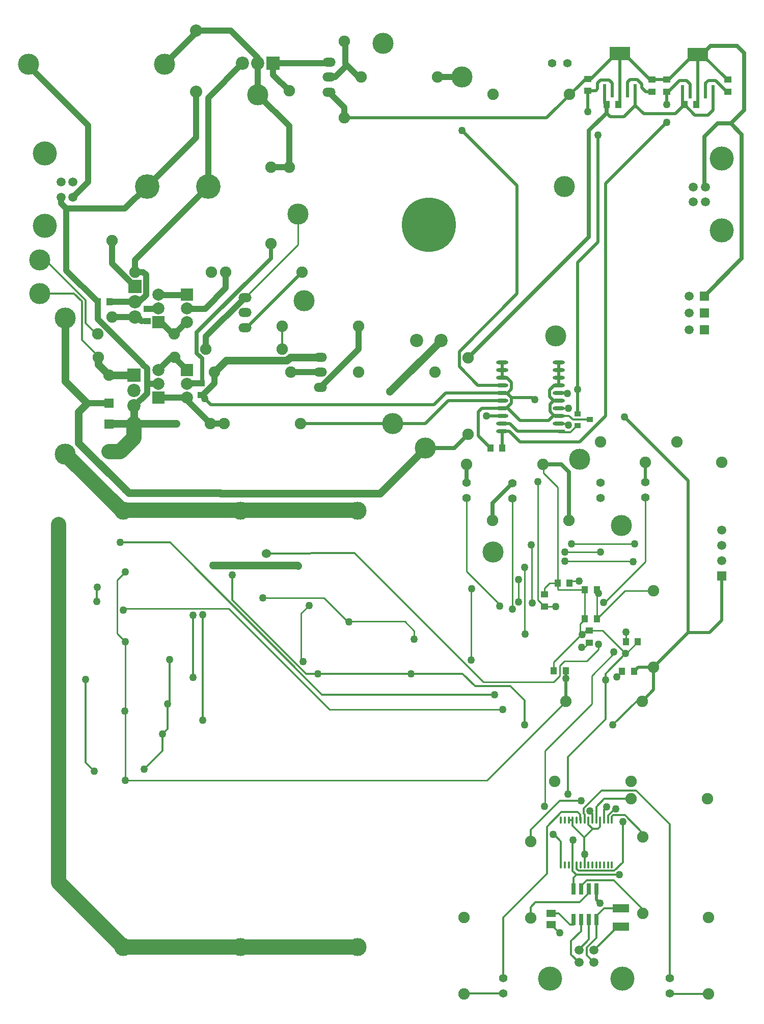
<source format=gtl>
G04 Layer_Physical_Order=1*
G04 Layer_Color=255*
%FSAX24Y24*%
%MOIN*%
G70*
G01*
G75*
%ADD10R,0.0591X0.0512*%
%ADD11R,0.1063X0.0551*%
%ADD12R,0.0394X0.0512*%
%ADD13R,0.0512X0.0394*%
%ADD14R,0.0630X0.0630*%
%ADD15O,0.0787X0.0236*%
%ADD16R,0.0787X0.0236*%
%ADD17R,0.0236X0.0866*%
%ADD18R,0.1378X0.0866*%
%ADD19R,0.0420X0.0320*%
%ADD20R,0.0250X0.0750*%
%ADD21O,0.0118X0.0472*%
%ADD22C,0.0200*%
%ADD23C,0.0120*%
%ADD24C,0.0394*%
%ADD25C,0.0100*%
%ADD26C,0.0250*%
%ADD27C,0.0500*%
%ADD28C,0.1000*%
%ADD29C,0.1378*%
%ADD30C,0.0748*%
%ADD31C,0.1378*%
%ADD32C,0.0551*%
%ADD33C,0.0591*%
%ADD34R,0.0591X0.0591*%
%ADD35C,0.1600*%
%ADD36C,0.0866*%
%ADD37O,0.0866X0.0591*%
%ADD38C,0.0787*%
%ADD39R,0.0787X0.0787*%
%ADD40R,0.0866X0.0866*%
%ADD41R,0.0866X0.0866*%
%ADD42C,0.0800*%
%ADD43C,0.0600*%
%ADD44R,0.0591X0.0591*%
%ADD45C,0.1181*%
%ADD46C,0.1575*%
%ADD47C,0.0500*%
%ADD48C,0.3543*%
D10*
X259850Y099724D02*
D03*
Y098976D02*
D03*
D11*
X264400Y098859D02*
D03*
Y100041D02*
D03*
D12*
X262054Y118995D02*
D03*
X262841D02*
D03*
X262054Y120875D02*
D03*
X262841D02*
D03*
X260265Y121305D02*
D03*
X261052D02*
D03*
X260004Y115575D02*
D03*
X260791D02*
D03*
X264477Y115557D02*
D03*
X265265D02*
D03*
X255866Y130157D02*
D03*
X256654D02*
D03*
X230156Y139700D02*
D03*
X230944D02*
D03*
X265521Y117475D02*
D03*
X264734D02*
D03*
X264244Y152600D02*
D03*
X263456D02*
D03*
X269344D02*
D03*
X268556D02*
D03*
D13*
X262325Y118219D02*
D03*
Y117431D02*
D03*
X259398Y119788D02*
D03*
Y120575D02*
D03*
X267400Y154244D02*
D03*
Y153456D02*
D03*
X266450Y154244D02*
D03*
Y153456D02*
D03*
X233400Y138456D02*
D03*
Y139244D02*
D03*
X236950Y133606D02*
D03*
Y134394D02*
D03*
X262250Y154294D02*
D03*
Y153506D02*
D03*
X271400Y154244D02*
D03*
Y153456D02*
D03*
D14*
X230900Y133069D02*
D03*
Y131731D02*
D03*
D15*
X256649Y135750D02*
D03*
Y135250D02*
D03*
Y134750D02*
D03*
Y134250D02*
D03*
Y133750D02*
D03*
Y133250D02*
D03*
Y132750D02*
D03*
Y132250D02*
D03*
Y131750D02*
D03*
Y131250D02*
D03*
X260350Y135750D02*
D03*
Y135250D02*
D03*
Y134750D02*
D03*
Y134250D02*
D03*
Y133750D02*
D03*
Y133250D02*
D03*
Y132750D02*
D03*
Y132250D02*
D03*
Y131750D02*
D03*
D16*
Y131250D02*
D03*
D17*
X263350Y153500D02*
D03*
X265350D02*
D03*
X264850D02*
D03*
X264350D02*
D03*
X263850D02*
D03*
X268450Y153450D02*
D03*
X270450D02*
D03*
X269950D02*
D03*
X269450D02*
D03*
X268950D02*
D03*
D18*
X264350Y155941D02*
D03*
X269450Y155891D02*
D03*
D19*
X261560Y131626D02*
D03*
Y132374D02*
D03*
X262360Y132000D02*
D03*
D20*
X262800Y101300D02*
D03*
X262300D02*
D03*
X261800D02*
D03*
X261300D02*
D03*
X262800Y099300D02*
D03*
X262300D02*
D03*
X261800D02*
D03*
X261300D02*
D03*
D21*
X260487Y102893D02*
D03*
X260743D02*
D03*
X260998D02*
D03*
X261254D02*
D03*
X261510D02*
D03*
X261766D02*
D03*
X262022D02*
D03*
X262278D02*
D03*
X262534D02*
D03*
X262790D02*
D03*
X263046D02*
D03*
X263302D02*
D03*
X263557D02*
D03*
X263813D02*
D03*
X260487Y105807D02*
D03*
X260743D02*
D03*
X260998D02*
D03*
X261254D02*
D03*
X261510D02*
D03*
X261766D02*
D03*
X262022D02*
D03*
X262278D02*
D03*
X262534D02*
D03*
X262790D02*
D03*
X263046D02*
D03*
X263302D02*
D03*
X263557D02*
D03*
X263813D02*
D03*
D22*
X264650Y132190D02*
X268810Y128030D01*
Y118087D02*
Y128030D01*
X257628Y131250D02*
X260350D01*
X257128Y131750D02*
X257628Y131250D01*
X256649Y131750D02*
X257128D01*
X259758Y132542D02*
X260018Y132282D01*
X259686Y131950D02*
X260018Y132282D01*
X257804Y131950D02*
X259686D01*
X257004Y132750D02*
X257804Y131950D01*
X256914Y132750D02*
X257004D01*
X255299D02*
X256649D01*
X255069Y132520D02*
X255299Y132750D01*
X255069Y130955D02*
Y132520D01*
Y130955D02*
X255866Y130157D01*
X254006Y150906D02*
X257608Y147303D01*
Y140240D02*
Y147303D01*
X253828Y136460D02*
X257608Y140240D01*
X262884Y154016D02*
X263071Y154203D01*
X262884Y153632D02*
Y154016D01*
X262758Y153506D02*
X262884Y153632D01*
X263071Y154203D02*
X263647D01*
X262250Y153506D02*
X262758D01*
X263647Y154203D02*
X263850Y154000D01*
X264850Y153500D02*
Y154092D01*
X258621Y133459D02*
X258760Y133320D01*
X257241Y133459D02*
X258621D01*
X261486Y131626D02*
X261560D01*
X261570Y142270D02*
X262900Y143600D01*
X261570Y132374D02*
Y142270D01*
X263400Y132250D02*
Y147450D01*
X261700Y130550D02*
X263400Y132250D01*
Y147450D02*
X267400Y151450D01*
X262900Y143600D02*
Y150600D01*
X266548Y115825D02*
X268810Y118087D01*
X260944Y107519D02*
X260945Y107520D01*
X260791Y115575D02*
X260796Y115570D01*
X265265Y115557D02*
X265532Y115825D01*
X266548D01*
Y114340D02*
Y115825D01*
X265796Y113589D02*
X266548Y114340D01*
X253828Y135472D02*
Y136460D01*
Y135472D02*
X255050Y134250D01*
X256649D01*
X255600Y132250D02*
X256549D01*
X253100Y133250D02*
X256649D01*
X251600Y131750D02*
X253100Y133250D01*
X243450Y131750D02*
X251600D01*
X256649Y131250D02*
X257100D01*
X257800Y130550D01*
X261700D01*
X260050Y132250D02*
X260350D01*
X260050Y134250D02*
X260350D01*
X259750Y133950D02*
X260050Y134250D01*
X259750Y133500D02*
Y133950D01*
X259758Y132542D02*
Y133008D01*
X260000Y133250D01*
X259750Y133500D02*
X260000Y133250D01*
X260350Y134250D02*
Y134750D01*
Y135250D01*
Y135750D01*
X256914Y132750D02*
X257241Y133078D01*
Y133459D01*
X256950Y133750D02*
X257241Y133459D01*
X256950Y133750D02*
X257000D01*
X257250Y134000D01*
Y134450D01*
X256950Y134750D02*
X257250Y134450D01*
X256649Y134750D02*
X256950D01*
X256649D02*
Y135250D01*
Y135750D01*
X267400Y152600D02*
Y153456D01*
X262250Y152150D02*
Y153506D01*
X246300Y151750D02*
X259550D01*
X262094Y154294D01*
X262250D01*
X263456Y152056D02*
X263713Y151800D01*
X264600D01*
X263350Y152706D02*
X263456Y152600D01*
X263350Y152706D02*
Y153500D01*
X267956Y152000D02*
X268450Y152494D01*
X265900Y152000D02*
X267956D01*
X265350Y152550D02*
X265900Y152000D01*
X265350Y152550D02*
Y153500D01*
X264600Y151800D02*
X265350Y152550D01*
X264244Y152600D02*
X264350Y152706D01*
X269344Y152600D02*
X269450Y152706D01*
X266306Y154244D02*
X266450D01*
X263850Y153500D02*
Y154000D01*
X262444Y154294D02*
X264091Y155941D01*
X264350D01*
X268950Y153450D02*
Y153950D01*
X267400Y153456D02*
X267506D01*
X269950Y153450D02*
Y154000D01*
X271344Y153456D02*
X271400D01*
X271356Y154244D02*
X271400D01*
X269709Y155891D02*
X271356Y154244D01*
X264350Y152706D02*
Y155941D01*
X264609D01*
X266306Y154244D01*
X266450D02*
X267400D01*
X267472Y154172D02*
X269000Y155700D01*
X269259D01*
X269450Y155891D01*
X239916Y138016D02*
X243550Y141650D01*
X262800Y100625D02*
X263031Y100394D01*
X262800Y100625D02*
Y101300D01*
X237564Y132992D02*
X252165D01*
X252923Y133750D01*
X256649D01*
Y130157D02*
Y131250D01*
X266004Y127909D02*
Y129203D01*
X268810Y118087D02*
X270213D01*
X271004Y118878D01*
Y121772D01*
X269450Y152706D02*
Y153450D01*
Y155891D01*
X270450Y152261D02*
Y153450D01*
X270118Y151929D02*
X270450Y152261D01*
X269227Y151929D02*
X270118D01*
X268556Y152600D02*
X269227Y151929D01*
X268450Y152494D02*
Y153450D01*
X260796Y113589D02*
Y115570D01*
X266022Y153456D02*
X266450D01*
X264850Y154092D02*
X265000Y154242D01*
X265768Y153711D02*
X266022Y153456D01*
X265472Y154242D02*
X265768Y153947D01*
Y153711D02*
Y153947D01*
X265000Y154242D02*
X265472D01*
X267506Y153456D02*
X268243Y154193D01*
X268707D01*
X268950Y153950D01*
X269950Y154000D02*
X270133Y154183D01*
X270617D01*
X271344Y153456D01*
X236950Y133606D02*
X237564Y132992D01*
D23*
X261625Y102499D02*
X263965D01*
X261510Y102614D02*
X261625Y102499D01*
X261510Y102614D02*
Y102893D01*
X264528Y103061D02*
Y105709D01*
X263965Y102499D02*
X264528Y103061D01*
X261073Y098986D02*
X261300D01*
X260335Y099724D02*
X261073Y098986D01*
X259850Y099724D02*
X260335D01*
X237040Y112350D02*
Y119240D01*
X234420Y111460D02*
X234740Y111780D01*
Y113400D01*
X236410Y115140D02*
X236420D01*
Y119230D01*
X230120Y120130D02*
Y120930D01*
X230070Y120980D02*
X230120Y120930D01*
X230070Y120980D02*
X230130Y121040D01*
X229360Y109570D02*
Y115020D01*
Y109570D02*
X229930Y109000D01*
X234420Y110360D02*
Y111460D01*
X233210Y109150D02*
X234420Y110360D01*
X233190Y109150D02*
X233210D01*
X234740Y113400D02*
X234870Y113530D01*
Y116330D01*
X260944Y107519D02*
Y109960D01*
X260350Y132250D02*
X261010D01*
X261260Y132000D01*
X262360D01*
X261546Y131626D02*
X261560D01*
X261115Y131195D02*
X261546Y131626D01*
X260350Y131195D02*
X261115D01*
X260350D02*
Y131250D01*
X260944Y109960D02*
X263390Y112406D01*
Y115390D02*
X264710Y116710D01*
X261150Y097020D02*
X261658Y096513D01*
X261150Y097020D02*
Y097900D01*
X261800Y098550D01*
Y099300D01*
X261658Y097300D02*
Y097358D01*
X262300Y098000D01*
Y099300D01*
X262188Y096966D02*
X262642Y096513D01*
X262188Y096966D02*
Y097488D01*
X262800Y098099D01*
Y099300D01*
X262642Y097300D02*
X264202Y098859D01*
X264400D01*
X262800Y099300D02*
Y099550D01*
X263291Y100041D01*
X264400D01*
X259850Y098976D02*
X260376Y098450D01*
X260400D01*
X261300Y098986D02*
Y099300D01*
X254169Y094469D02*
X256689D01*
X254150Y094450D02*
X254169Y094469D01*
X267608Y094450D02*
X270150D01*
X258500Y099400D02*
Y100114D01*
X258819Y100433D01*
X261693D01*
X262300Y101040D01*
X261800Y101524D02*
X262165Y101890D01*
X261800Y101300D02*
Y101524D01*
X265850Y099700D02*
Y099977D01*
X262022Y103557D02*
X262047Y103583D01*
X262022Y102893D02*
Y103557D01*
X262008Y103622D02*
X262047Y103583D01*
X262008Y103622D02*
Y104685D01*
X261254Y105439D02*
X262008Y104685D01*
X261254Y105439D02*
Y105807D01*
X262008Y104685D02*
X262559Y105236D01*
X262913D01*
X263046Y105368D01*
Y105807D01*
X262278Y105517D02*
X262559Y105236D01*
X262278Y105517D02*
Y105807D01*
X260998D02*
X261254D01*
X263302D02*
Y106512D01*
X262790Y105807D02*
Y106687D01*
X263813Y106057D02*
X263898Y106142D01*
X263813Y105807D02*
Y106057D01*
X258500Y104400D02*
Y105193D01*
X260394Y107087D01*
X261811D01*
X263557Y105807D02*
Y106117D01*
X263991Y106550D01*
X264074D01*
X256689Y095469D02*
Y099444D01*
X265394Y107756D02*
X267589Y105561D01*
Y095469D02*
Y105561D01*
X260512Y106339D02*
X261575D01*
X260487Y102893D02*
Y104417D01*
X256689Y099444D02*
X259567Y102323D01*
Y105394D01*
X260512Y106339D01*
X260023Y104880D02*
X260487Y104417D01*
X259975Y104880D02*
X260023D01*
X262165Y101890D02*
X263937D01*
X265850Y099977D01*
X261300Y101300D02*
Y102048D01*
X261496Y102244D01*
X264291D01*
X261254Y102486D02*
X261496Y102244D01*
X261254Y102486D02*
Y102893D01*
X264672Y106142D02*
X265850Y104964D01*
X263898Y106142D02*
X264672D01*
X265850Y104700D02*
Y104964D01*
X263302Y107200D02*
X265000D01*
X231634Y123976D02*
X234892D01*
X241211Y123258D02*
X246978Y123268D01*
X255246Y115000D01*
X238968Y120209D02*
Y121856D01*
Y120209D02*
X243793Y115384D01*
X244587D01*
X250659D01*
X250669Y115394D01*
X254055D01*
X254862Y114587D01*
X257175D01*
X258100Y113661D01*
Y112057D02*
Y113661D01*
X263888Y112047D02*
X265429Y113589D01*
X265796D01*
X229124Y137226D02*
X230200Y136150D01*
X229124Y137226D02*
Y139744D01*
X226368Y140256D02*
X228612D01*
X229124Y139744D01*
X229380Y138320D02*
X230150Y137550D01*
X229380Y138320D02*
Y139803D01*
X226732Y142451D02*
X229380Y139803D01*
X226368Y142451D02*
X226732D01*
X269344Y152600D02*
X269408D01*
X263390Y112406D02*
Y115390D01*
X256142Y113967D02*
X256143D01*
X234892Y123976D02*
X244843Y114026D01*
X256202D01*
X256261Y114085D01*
X263130Y107756D02*
X265394D01*
X261575Y106339D02*
X261745Y106168D01*
Y105828D02*
X261766Y105807D01*
X261745Y105828D02*
Y106168D01*
X261964Y106248D02*
Y106590D01*
X263130Y107756D01*
X261964Y106248D02*
X262022Y106190D01*
Y105807D02*
Y106190D01*
X262534Y105807D02*
Y106256D01*
X262372Y106417D02*
X262534Y106256D01*
X242250Y136600D02*
Y138100D01*
X262790Y106687D02*
X263302Y107200D01*
X263458Y106608D02*
Y106669D01*
X263385Y106536D02*
X263458Y106608D01*
X263302Y106512D02*
X263458Y106669D01*
X261254Y104514D02*
X261263Y104523D01*
X261254Y102893D02*
Y104514D01*
D24*
X235850Y133450D02*
X237550Y131750D01*
X245689Y154400D02*
X246470Y155180D01*
X245300Y154400D02*
X245689D01*
X246348Y156702D02*
X246378Y156672D01*
Y155272D02*
Y156672D01*
Y155272D02*
X246470Y155180D01*
X247250Y154400D01*
X240650Y153250D02*
Y155669D01*
X238869Y157450D02*
X240650Y155669D01*
X236600Y157450D02*
X238869D01*
X236000Y139248D02*
X237198D01*
X241500Y148500D02*
X242700D01*
X247250Y136616D02*
Y138100D01*
X244750Y134116D02*
X247250Y136616D01*
X242800Y135100D02*
X244750D01*
X237250Y137434D02*
X239800Y139984D01*
X237250Y136600D02*
Y137434D01*
X237800Y134373D02*
Y135100D01*
X237033Y133606D02*
X237800Y134373D01*
X236045Y134394D02*
X236950D01*
X227763Y146137D02*
Y146558D01*
Y146137D02*
X228100Y145800D01*
X231950D01*
X233400Y147250D01*
X228550Y146558D02*
X229554Y147562D01*
Y151246D01*
X225652Y155148D02*
X229554Y151246D01*
X234550Y155250D02*
X236600Y157300D01*
Y150450D02*
Y153450D01*
X233400Y147250D02*
X236600Y150450D01*
X241650Y155300D02*
X245216D01*
X245300Y155384D01*
X241650Y154550D02*
Y155300D01*
Y154550D02*
X242700Y153500D01*
Y148500D02*
Y151200D01*
X240650Y153250D02*
X242700Y151200D01*
X245300Y153416D02*
X246300Y152416D01*
Y151750D02*
Y152416D01*
X247250Y154400D02*
X247400D01*
X252400D02*
X254000D01*
X237400Y153050D02*
X239650Y155300D01*
X237400Y147250D02*
Y153050D01*
X232600Y142450D02*
X237400Y147250D01*
X232600Y141650D02*
Y142450D01*
X231100Y142200D02*
Y143700D01*
Y142200D02*
X232600Y140700D01*
X233408Y139252D02*
X234150D01*
X232600Y138700D02*
X232800D01*
X233044Y138456D01*
X231100Y138700D02*
X232600D01*
X230944Y139700D02*
X232600D01*
X234150Y140153D02*
X235997D01*
X236000Y140150D01*
X234150Y138350D02*
X234350D01*
X235150Y137550D01*
X235947Y138347D02*
X236000D01*
X235150Y137550D02*
X235947Y138347D01*
X238550Y140600D02*
Y141650D01*
X237198Y139248D02*
X238550Y140600D01*
X228100Y141756D02*
Y145800D01*
Y141756D02*
X230156Y139700D01*
X229481Y133069D02*
X230900D01*
X237550Y131750D02*
X238450D01*
X234150Y133450D02*
X235850D01*
X235200Y136050D02*
X236000Y135250D01*
X234150Y135253D02*
X234947Y136050D01*
X235200D01*
X232550Y132900D02*
X232580D01*
X233400Y133720D01*
Y134250D01*
X233502Y134352D01*
X234150D01*
X233400Y134250D02*
Y135334D01*
X233105Y135628D02*
X233400Y135334D01*
X233105Y135628D02*
Y135645D01*
X230156Y138594D02*
Y139700D01*
Y138594D02*
X233105Y135645D01*
X232600Y139700D02*
X232884D01*
X233328Y140145D01*
Y141465D01*
X233143Y141650D02*
X233328Y141465D01*
X232600Y141650D02*
X233143D01*
X236950Y133606D02*
X237033D01*
D25*
X259350Y128510D02*
Y129080D01*
Y128510D02*
X260265Y127595D01*
Y121305D02*
Y127595D01*
X260350Y133750D02*
X260930D01*
X260870Y131750D02*
X260980Y131640D01*
X260350Y131750D02*
X260870D01*
X261020Y132750D02*
X261030Y132760D01*
X260350Y132750D02*
X261020D01*
X260850Y132760D02*
X261030D01*
X259420Y106700D02*
X259430Y106710D01*
Y110350D01*
X262490Y113410D01*
X260122Y119788D02*
X260130Y119780D01*
X259398Y119788D02*
X260122D01*
X259735Y121305D02*
X260265D01*
Y121305D01*
Y120930D02*
Y121305D01*
Y120930D02*
X260320Y120875D01*
X259398Y120575D02*
Y120969D01*
X259735Y121305D01*
X261052D02*
X261196Y121449D01*
X261671D01*
X260265Y121305D02*
X260265Y121305D01*
X264756Y116710D02*
X265521Y117475D01*
X264710Y116710D02*
X264756D01*
X264726Y117483D02*
X264734Y117475D01*
X264726Y117483D02*
Y118099D01*
X260004Y116145D02*
X261750Y117890D01*
X260004Y115575D02*
Y116145D01*
X264477Y115507D02*
Y115557D01*
X262054Y118962D02*
Y118995D01*
X261750Y118658D02*
X262054Y118962D01*
X261750Y117890D02*
Y118658D01*
X262054Y119210D02*
Y120875D01*
X260320D02*
X262054D01*
X264709Y118099D02*
X264726D01*
X262841Y119075D02*
Y120560D01*
X262942Y120660D01*
X262841Y120875D02*
X262942Y120775D01*
Y120660D02*
Y120775D01*
X261843Y117122D02*
X262016D01*
X262325Y117431D01*
Y118219D02*
X263201D01*
X264710Y116710D01*
X262490Y113410D02*
Y115263D01*
X262936Y116981D02*
Y117320D01*
X262165Y116211D02*
X262936Y116981D01*
X260699Y116211D02*
X262165D01*
X260404Y115915D02*
X260699Y116211D01*
X260404Y115256D02*
Y115915D01*
X259990Y114843D02*
X260404Y115256D01*
X231432Y118028D02*
Y121512D01*
Y118028D02*
X231970Y117490D01*
X231432Y121512D02*
X231967Y122047D01*
X231832Y119553D02*
Y119585D01*
Y119553D02*
X231918Y119638D01*
X238747D01*
X245325Y113061D02*
X256673D01*
X238747Y119638D02*
X245325Y113061D01*
X258986Y120200D02*
X259398Y119788D01*
X243484Y119341D02*
X243996Y119852D01*
X243484Y116289D02*
Y119341D01*
Y116289D02*
X243593Y116181D01*
X254606Y116289D02*
Y116383D01*
X254442Y116316D02*
X254557Y116432D01*
X254442Y116316D02*
X254616Y116142D01*
X254557Y116432D02*
X254606Y116383D01*
X254616Y116142D02*
Y120945D01*
X255404Y114843D02*
X259990D01*
X255246Y115000D02*
X255404Y114843D01*
X231968Y108430D02*
X255637D01*
X260796Y113589D01*
X231968Y108430D02*
X231969Y112860D01*
X257313Y119626D02*
Y126855D01*
X257309Y126859D02*
X257313Y126855D01*
X266014Y122726D02*
Y126900D01*
X254291Y122076D02*
X255024Y121343D01*
X254291Y122076D02*
Y126880D01*
X255024Y121343D02*
X255025D01*
X256457Y119911D01*
X260738Y123356D02*
X263061D01*
X258120Y117992D02*
X258130D01*
X258120D02*
Y122343D01*
X257717Y120089D02*
Y121555D01*
X257717D01*
X260738Y122736D02*
X265177D01*
X265197Y122717D01*
X261181Y123878D02*
X261191Y123888D01*
X265305D01*
X258986Y120200D02*
Y127943D01*
X258563Y120059D02*
X258602Y120020D01*
X258543Y123819D02*
X258563Y123799D01*
Y120059D02*
Y123799D01*
X239800Y139984D02*
X243278Y143462D01*
Y145463D01*
X240984Y120335D02*
X244970D01*
X250876Y117657D02*
Y118189D01*
X264673Y120825D02*
X266548D01*
X263774Y119926D02*
X264673Y120825D01*
X260915Y133735D02*
X260930Y133750D01*
X260915Y133730D02*
Y133735D01*
X261935Y117953D02*
X261997Y117890D01*
X261870Y117953D02*
X261935D01*
X261870D02*
X262136Y118219D01*
X262325D01*
X264124Y115154D02*
Y115187D01*
Y115154D02*
X264477Y115507D01*
X263774Y119924D02*
Y119926D01*
X262841Y118995D02*
X262846D01*
X263774Y119924D01*
X263337Y120049D02*
X266014Y122726D01*
X263287Y120049D02*
X263337D01*
X262490Y115263D02*
X263927Y116700D01*
Y116831D01*
X231969Y112860D02*
X231969Y112933D01*
X231970Y117490D01*
X244970Y120335D02*
X246506Y118799D01*
X250266D01*
X250876Y118189D01*
D26*
X256000Y126551D02*
X257309Y127859D01*
X256000Y125410D02*
Y126551D01*
X259350Y129080D02*
X260510D01*
X261000Y128590D01*
Y125410D02*
Y128590D01*
X262300Y143950D02*
Y150900D01*
X254400Y136050D02*
X262300Y143950D01*
Y150900D02*
X263456Y152056D01*
Y152600D01*
X253500Y130150D02*
X254400Y131050D01*
X251600Y130150D02*
X253500D01*
X236950Y134394D02*
X237000Y134444D01*
Y136005D01*
X236653Y136353D02*
X237000Y136005D01*
X236653Y136353D02*
Y137708D01*
X241500Y142556D01*
Y143500D01*
X254321Y127909D02*
Y129085D01*
X269878Y147287D02*
Y150522D01*
Y147287D02*
X269939Y147226D01*
X269710Y155891D02*
X270266Y156447D01*
X272018D01*
X272470Y155994D01*
Y152234D02*
Y155994D01*
X271604Y151368D02*
X272470Y152234D01*
X271604Y151368D02*
X272313Y150659D01*
Y149272D02*
Y150659D01*
X269450Y155891D02*
X269709D01*
X269710D01*
X270725Y151368D02*
X271604D01*
X269878Y150522D02*
X270725Y151368D01*
X272313Y142533D02*
Y149252D01*
X272303Y149262D02*
X272313Y149252D01*
X269861Y140082D02*
X272313Y142533D01*
D27*
X232190Y127200D02*
X238170D01*
X238190Y127180D01*
X228910Y130480D02*
X232190Y127200D01*
X228910Y130480D02*
Y132499D01*
X229481Y133069D01*
X249275Y133845D02*
X249280D01*
X252625Y137190D01*
X237800Y135100D02*
X238578Y135878D01*
X242549D01*
X242756Y136084D01*
X244750D01*
X230200Y135600D02*
Y136150D01*
Y135600D02*
X230900Y134900D01*
X232550D02*
X232550Y134900D01*
X230900Y134900D02*
X232550D01*
X232550Y131750D02*
X235300D01*
X232550D02*
Y132900D01*
X231069Y131750D02*
X232550D01*
X228050Y134500D02*
X229481Y133069D01*
X228050Y134500D02*
Y138648D01*
X243250Y122470D02*
X243260Y122460D01*
X237717Y122470D02*
X243250D01*
X238190Y127180D02*
X248630D01*
X251600Y130150D01*
D28*
X231726Y126074D02*
X247185D01*
X228050Y129750D02*
X231726Y126074D01*
X227618Y101734D02*
X231831Y097521D01*
X227618Y101734D02*
Y125148D01*
X231831Y097531D02*
X247185D01*
X230900Y129900D02*
X231642D01*
X232550Y130808D01*
Y131750D01*
D29*
X248839Y156604D02*
D03*
X240650Y153250D02*
D03*
X256033Y123346D02*
D03*
X226368Y140256D02*
D03*
Y142451D02*
D03*
X243278Y145463D02*
D03*
X260128Y137470D02*
D03*
X243681Y139783D02*
D03*
X249459Y131752D02*
D03*
X260709Y147250D02*
D03*
X254000Y154400D02*
D03*
X251600Y130150D02*
D03*
X261703Y129419D02*
D03*
X264439Y125098D02*
D03*
D30*
X252400Y154400D02*
D03*
X247400D02*
D03*
X241500Y143500D02*
D03*
Y148500D02*
D03*
X242700Y153500D02*
D03*
Y148500D02*
D03*
X246300Y151750D02*
D03*
Y156750D02*
D03*
X231100Y138700D02*
D03*
Y143700D02*
D03*
X237600Y141650D02*
D03*
X232600D02*
D03*
X238550D02*
D03*
X243550D02*
D03*
X237250Y136600D02*
D03*
X242250D02*
D03*
X232550Y131750D02*
D03*
X237550D02*
D03*
X235157Y137628D02*
D03*
X230157D02*
D03*
X235197Y136093D02*
D03*
X230197D02*
D03*
X230900Y129900D02*
D03*
Y134900D02*
D03*
X265850Y099700D02*
D03*
Y104700D02*
D03*
X258500Y099400D02*
D03*
Y104400D02*
D03*
X270079Y107200D02*
D03*
X265079D02*
D03*
X265796Y113589D02*
D03*
X260796D02*
D03*
X261000Y125410D02*
D03*
X256000D02*
D03*
X259321Y129085D02*
D03*
X254321D02*
D03*
X271004Y129203D02*
D03*
X266004D02*
D03*
X268071Y130561D02*
D03*
X263071D02*
D03*
X254400Y136050D02*
D03*
Y131050D02*
D03*
X266548Y115825D02*
D03*
Y120825D02*
D03*
X247250Y138100D02*
D03*
X242250D02*
D03*
X247250Y135100D02*
D03*
X252250D02*
D03*
X237800D02*
D03*
X242800D02*
D03*
X238450Y131750D02*
D03*
X243450D02*
D03*
X261043Y153268D02*
D03*
X256043D02*
D03*
X265079Y108350D02*
D03*
X260079D02*
D03*
X254150Y099450D02*
D03*
Y094450D02*
D03*
X270150Y099450D02*
D03*
Y094450D02*
D03*
D31*
X228050Y129750D02*
D03*
Y138648D02*
D03*
X234550Y155250D02*
D03*
X225652D02*
D03*
D32*
X254291Y126880D02*
D03*
Y127880D02*
D03*
X266014Y126900D02*
D03*
Y127900D02*
D03*
X263061Y127890D02*
D03*
Y126890D02*
D03*
X257309Y127859D02*
D03*
Y126859D02*
D03*
X259915Y155325D02*
D03*
X260915D02*
D03*
X256689Y094469D02*
D03*
Y095469D02*
D03*
X267589D02*
D03*
Y094469D02*
D03*
D33*
X268861Y140082D02*
D03*
X271004Y122772D02*
D03*
Y123772D02*
D03*
Y124772D02*
D03*
X269939Y147226D02*
D03*
Y146242D02*
D03*
X269152D02*
D03*
Y147226D02*
D03*
X227763Y146558D02*
D03*
Y147542D02*
D03*
X228550D02*
D03*
Y146558D02*
D03*
X262642Y096513D02*
D03*
X261658D02*
D03*
Y097300D02*
D03*
X262642D02*
D03*
X268862Y137874D02*
D03*
Y138976D02*
D03*
D34*
X269861Y140082D02*
D03*
X269862Y137874D02*
D03*
Y138976D02*
D03*
D35*
X237400Y147250D02*
D03*
X233400D02*
D03*
D36*
X252625Y137190D02*
D03*
X251050D02*
D03*
X239650Y155300D02*
D03*
X240650D02*
D03*
X232600Y138700D02*
D03*
Y139700D02*
D03*
X232550Y132900D02*
D03*
Y133900D02*
D03*
D37*
X239800Y139984D02*
D03*
Y139000D02*
D03*
Y138016D02*
D03*
X244750Y136084D02*
D03*
Y135100D02*
D03*
Y134116D02*
D03*
X245300Y153416D02*
D03*
Y154400D02*
D03*
Y155384D02*
D03*
D38*
X234150Y140193D02*
D03*
Y139291D02*
D03*
X236000Y138386D02*
D03*
Y139288D02*
D03*
Y133447D02*
D03*
Y134348D02*
D03*
X234150Y135253D02*
D03*
Y134352D02*
D03*
D39*
Y138389D02*
D03*
X236000Y140189D02*
D03*
Y135250D02*
D03*
X234150Y133450D02*
D03*
D40*
X241650Y155300D02*
D03*
D41*
X232600Y140700D02*
D03*
X232550Y134900D02*
D03*
D42*
X236600Y157450D02*
D03*
Y153450D02*
D03*
D43*
X241211Y123258D02*
D03*
D44*
X271004Y121772D02*
D03*
D45*
X247185Y126064D02*
D03*
X239508D02*
D03*
X231831D02*
D03*
X239508Y097521D02*
D03*
X247185D02*
D03*
X231831D02*
D03*
D46*
X271002Y149096D02*
D03*
Y144372D02*
D03*
X226700Y144688D02*
D03*
Y149412D02*
D03*
X264512Y095450D02*
D03*
X259788D02*
D03*
D47*
X237185Y133396D02*
D03*
X254006Y150906D02*
D03*
X238190Y127180D02*
D03*
X243260Y122460D02*
D03*
X249275Y133845D02*
D03*
X237040Y112350D02*
D03*
Y119240D02*
D03*
X236410Y115140D02*
D03*
X236420Y119230D02*
D03*
X230120Y120130D02*
D03*
X230130Y121040D02*
D03*
X229360Y115020D02*
D03*
X233190Y109150D02*
D03*
X234740Y113400D02*
D03*
X234420Y111460D02*
D03*
X234870Y116330D02*
D03*
X229930Y109000D02*
D03*
X231968Y108430D02*
D03*
X231970Y117490D02*
D03*
X231967Y122047D02*
D03*
X258760Y133320D02*
D03*
X260980Y131640D02*
D03*
X260971Y132760D02*
D03*
X261570Y133970D02*
D03*
X264650Y132190D02*
D03*
X259420Y106700D02*
D03*
X260130Y119780D02*
D03*
X261671Y121449D02*
D03*
X264710Y116710D02*
D03*
X264726Y118099D02*
D03*
X262942Y120660D02*
D03*
X255600Y132250D02*
D03*
X267400Y151450D02*
D03*
X262900Y150600D02*
D03*
X267400Y152600D02*
D03*
X262250Y152150D02*
D03*
X235300Y131750D02*
D03*
X260400Y098450D02*
D03*
X263031Y100394D02*
D03*
X262047Y103583D02*
D03*
X264074Y106550D02*
D03*
X261811Y107087D02*
D03*
X260944Y107519D02*
D03*
X259975Y104880D02*
D03*
X264291Y102244D02*
D03*
X264528Y105709D02*
D03*
X262936Y117320D02*
D03*
X261843Y117122D02*
D03*
X231634Y123976D02*
D03*
X231832Y119553D02*
D03*
X256673Y113061D02*
D03*
X258986Y127943D02*
D03*
X243996Y119852D02*
D03*
X243593Y116181D02*
D03*
X254606Y116289D02*
D03*
X254626Y120945D02*
D03*
X238968Y121856D02*
D03*
X244587Y115384D02*
D03*
X250669Y115394D02*
D03*
X258100Y112057D02*
D03*
X263888Y112047D02*
D03*
X257313Y119626D02*
D03*
X256457Y119823D02*
D03*
X263061Y123356D02*
D03*
X260738D02*
D03*
X258120Y122343D02*
D03*
X258130Y117992D02*
D03*
X257717Y120089D02*
D03*
X257717Y121555D02*
D03*
X260738Y122736D02*
D03*
X265197Y122717D02*
D03*
X265305Y123888D02*
D03*
X261181Y123878D02*
D03*
X258602Y120020D02*
D03*
X258543Y123819D02*
D03*
X260797Y115069D02*
D03*
X256142Y114026D02*
D03*
X240984Y120335D02*
D03*
X250876Y117657D02*
D03*
X262372Y106417D02*
D03*
X260915Y133730D02*
D03*
X261870Y117953D02*
D03*
X264124Y115187D02*
D03*
X263458Y106669D02*
D03*
X261263Y104523D02*
D03*
X263287Y120049D02*
D03*
X263927Y116831D02*
D03*
X263396Y114970D02*
D03*
X231949Y112933D02*
D03*
X246604Y118780D02*
D03*
X237717Y122470D02*
D03*
X231978Y127412D02*
D03*
X227618Y125148D02*
D03*
D48*
X251837Y144749D02*
D03*
M02*

</source>
